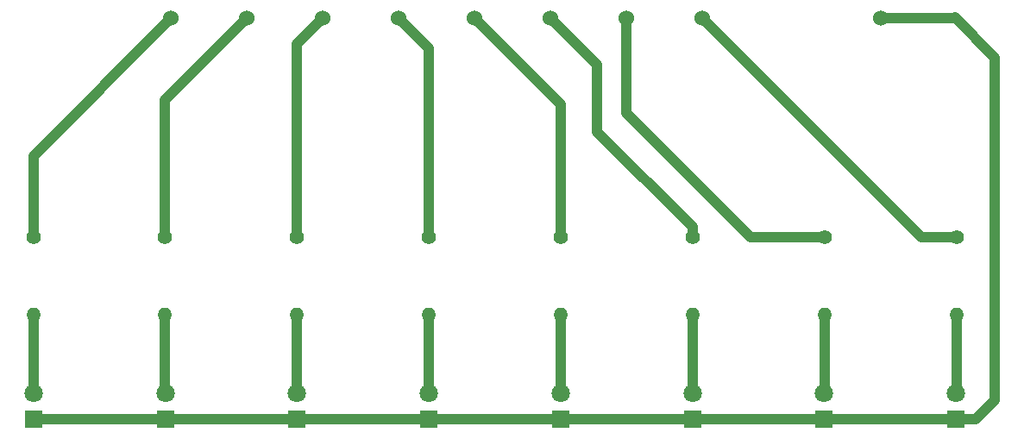
<source format=gbr>
G04 #@! TF.GenerationSoftware,KiCad,Pcbnew,5.1.4-3.fc30*
G04 #@! TF.CreationDate,2019-09-15T18:20:23+02:00*
G04 #@! TF.ProjectId,LED_line,4c45445f-6c69-46e6-952e-6b696361645f,rev?*
G04 #@! TF.SameCoordinates,Original*
G04 #@! TF.FileFunction,Copper,L2,Bot*
G04 #@! TF.FilePolarity,Positive*
%FSLAX46Y46*%
G04 Gerber Fmt 4.6, Leading zero omitted, Abs format (unit mm)*
G04 Created by KiCad (PCBNEW 5.1.4-3.fc30) date 2019-09-15 18:20:23*
%MOMM*%
%LPD*%
G04 APERTURE LIST*
%ADD10C,1.524000*%
%ADD11C,1.800000*%
%ADD12R,1.800000X1.800000*%
%ADD13O,1.400000X1.400000*%
%ADD14C,1.400000*%
%ADD15C,1.000000*%
G04 APERTURE END LIST*
D10*
X159943800Y-69342000D03*
X90335100Y-69342000D03*
D11*
X76835000Y-106210100D03*
D12*
X76835000Y-108750100D03*
D11*
X89769042Y-106210100D03*
D12*
X89769042Y-108750100D03*
D11*
X102703084Y-106210100D03*
D12*
X102703084Y-108750100D03*
D11*
X115637126Y-106210100D03*
D12*
X115637126Y-108750100D03*
D11*
X128571168Y-106210100D03*
D12*
X128571168Y-108750100D03*
D11*
X141505210Y-106210100D03*
D12*
X141505210Y-108750100D03*
D11*
X154439252Y-106210100D03*
D12*
X154439252Y-108750100D03*
D11*
X167373300Y-106210100D03*
D12*
X167373300Y-108750100D03*
D10*
X97775485Y-69342000D03*
X105215870Y-69342000D03*
X112656255Y-69342000D03*
X120096640Y-69342000D03*
X127537025Y-69342000D03*
X134977410Y-69342000D03*
X142417800Y-69342000D03*
D13*
X76809600Y-98501200D03*
D14*
X76809600Y-90881200D03*
D13*
X89750900Y-98501200D03*
D14*
X89750900Y-90881200D03*
D13*
X102692200Y-98501200D03*
D14*
X102692200Y-90881200D03*
D13*
X115633500Y-98501200D03*
D14*
X115633500Y-90881200D03*
D13*
X128574800Y-98501200D03*
D14*
X128574800Y-90881200D03*
D13*
X141516100Y-98501200D03*
D14*
X141516100Y-90881200D03*
D13*
X154457400Y-98501200D03*
D14*
X154457400Y-90881200D03*
D13*
X167398700Y-98501200D03*
D14*
X167398700Y-90881200D03*
D15*
X76809600Y-106184700D02*
X76835000Y-106210100D01*
X76809600Y-98501200D02*
X76809600Y-106184700D01*
X89750900Y-106191958D02*
X89769042Y-106210100D01*
X89750900Y-98501200D02*
X89750900Y-106191958D01*
X102692200Y-106199216D02*
X102703084Y-106210100D01*
X102692200Y-98501200D02*
X102692200Y-106199216D01*
X115633500Y-106206474D02*
X115637126Y-106210100D01*
X115633500Y-98501200D02*
X115633500Y-106206474D01*
X128574800Y-106206468D02*
X128571168Y-106210100D01*
X128574800Y-98501200D02*
X128574800Y-106206468D01*
X141516100Y-106199210D02*
X141505210Y-106210100D01*
X141516100Y-98501200D02*
X141516100Y-106199210D01*
X154457400Y-106191952D02*
X154439252Y-106210100D01*
X154457400Y-98501200D02*
X154457400Y-106191952D01*
X167398700Y-106184700D02*
X167373300Y-106210100D01*
X167398700Y-98501200D02*
X167398700Y-106184700D01*
X76809600Y-82867500D02*
X90335100Y-69342000D01*
X76809600Y-90881200D02*
X76809600Y-82867500D01*
X89750900Y-77366585D02*
X97775485Y-69342000D01*
X89750900Y-90881200D02*
X89750900Y-77366585D01*
X102692200Y-71865670D02*
X105215870Y-69342000D01*
X102692200Y-90881200D02*
X102692200Y-71865670D01*
X115633500Y-72319245D02*
X112656255Y-69342000D01*
X115633500Y-90881200D02*
X115633500Y-72319245D01*
X128574800Y-77820160D02*
X120096640Y-69342000D01*
X128574800Y-90881200D02*
X128574800Y-77820160D01*
X141516100Y-89891251D02*
X132130800Y-80505951D01*
X141516100Y-90881200D02*
X141516100Y-89891251D01*
X132130800Y-73935775D02*
X127537025Y-69342000D01*
X132130800Y-80505951D02*
X132130800Y-73935775D01*
X154457400Y-90881200D02*
X147180300Y-90881200D01*
X134977410Y-78678310D02*
X134977410Y-69342000D01*
X147180300Y-90881200D02*
X134977410Y-78678310D01*
X143179799Y-70103999D02*
X142417800Y-69342000D01*
X163957000Y-90881200D02*
X143179799Y-70103999D01*
X167398700Y-90881200D02*
X163957000Y-90881200D01*
X76835000Y-108750100D02*
X89769042Y-108750100D01*
X89769042Y-108750100D02*
X102703084Y-108750100D01*
X102703084Y-108750100D02*
X115637126Y-108750100D01*
X117537126Y-108750100D02*
X128571168Y-108750100D01*
X115637126Y-108750100D02*
X117537126Y-108750100D01*
X128571168Y-108750100D02*
X141505210Y-108750100D01*
X141505210Y-108750100D02*
X154439252Y-108750100D01*
X154439252Y-108750100D02*
X167373300Y-108750100D01*
X169273300Y-108750100D02*
X171157900Y-106865500D01*
X167373300Y-108750100D02*
X169273300Y-108750100D01*
X171157900Y-106865500D02*
X171157900Y-73215500D01*
X171157900Y-73215500D02*
X167233600Y-69291200D01*
X167182800Y-69342000D02*
X159943800Y-69342000D01*
X167233600Y-69291200D02*
X167182800Y-69342000D01*
M02*

</source>
